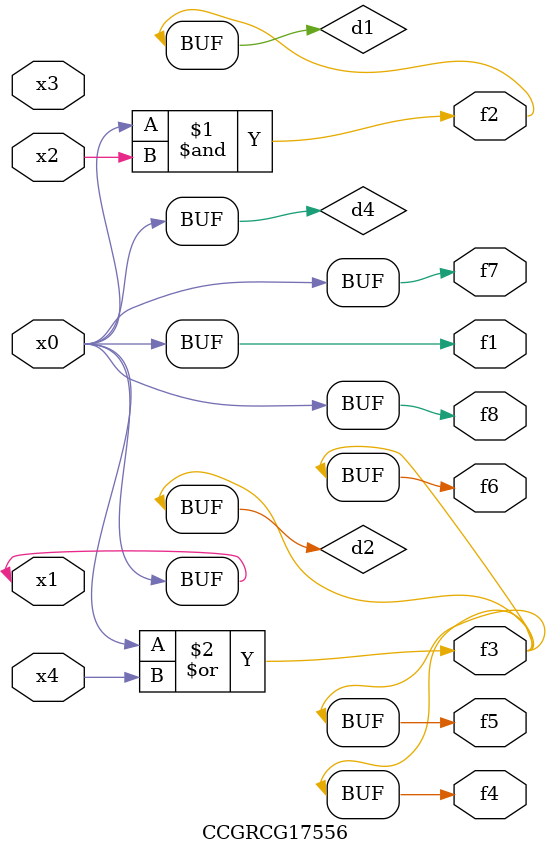
<source format=v>
module CCGRCG17556(
	input x0, x1, x2, x3, x4,
	output f1, f2, f3, f4, f5, f6, f7, f8
);

	wire d1, d2, d3, d4;

	and (d1, x0, x2);
	or (d2, x0, x4);
	nand (d3, x0, x2);
	buf (d4, x0, x1);
	assign f1 = d4;
	assign f2 = d1;
	assign f3 = d2;
	assign f4 = d2;
	assign f5 = d2;
	assign f6 = d2;
	assign f7 = d4;
	assign f8 = d4;
endmodule

</source>
